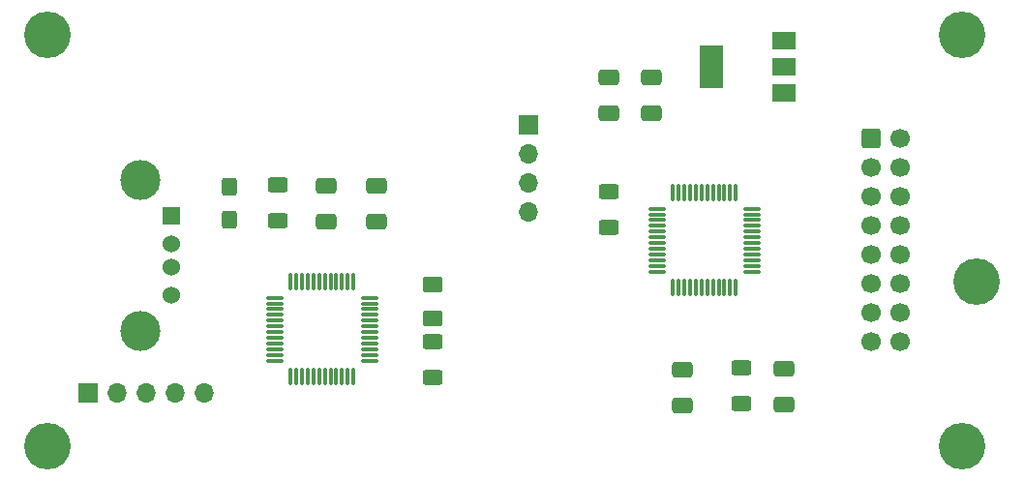
<source format=gts>
G04 #@! TF.GenerationSoftware,KiCad,Pcbnew,7.0.10-7.0.10~ubuntu20.04.1*
G04 #@! TF.CreationDate,2024-01-07T18:49:02+01:00*
G04 #@! TF.ProjectId,msx-omega-usbkeybctrl,6d73782d-6f6d-4656-9761-2d7573626b65,A*
G04 #@! TF.SameCoordinates,Original*
G04 #@! TF.FileFunction,Soldermask,Top*
G04 #@! TF.FilePolarity,Negative*
%FSLAX46Y46*%
G04 Gerber Fmt 4.6, Leading zero omitted, Abs format (unit mm)*
G04 Created by KiCad (PCBNEW 7.0.10-7.0.10~ubuntu20.04.1) date 2024-01-07 18:49:02*
%MOMM*%
%LPD*%
G01*
G04 APERTURE LIST*
G04 Aperture macros list*
%AMRoundRect*
0 Rectangle with rounded corners*
0 $1 Rounding radius*
0 $2 $3 $4 $5 $6 $7 $8 $9 X,Y pos of 4 corners*
0 Add a 4 corners polygon primitive as box body*
4,1,4,$2,$3,$4,$5,$6,$7,$8,$9,$2,$3,0*
0 Add four circle primitives for the rounded corners*
1,1,$1+$1,$2,$3*
1,1,$1+$1,$4,$5*
1,1,$1+$1,$6,$7*
1,1,$1+$1,$8,$9*
0 Add four rect primitives between the rounded corners*
20,1,$1+$1,$2,$3,$4,$5,0*
20,1,$1+$1,$4,$5,$6,$7,0*
20,1,$1+$1,$6,$7,$8,$9,0*
20,1,$1+$1,$8,$9,$2,$3,0*%
G04 Aperture macros list end*
%ADD10RoundRect,0.250000X-0.625000X0.400000X-0.625000X-0.400000X0.625000X-0.400000X0.625000X0.400000X0*%
%ADD11RoundRect,0.250000X0.650000X-0.412500X0.650000X0.412500X-0.650000X0.412500X-0.650000X-0.412500X0*%
%ADD12R,2.000000X1.500000*%
%ADD13R,2.000000X3.800000*%
%ADD14RoundRect,0.075000X-0.662500X-0.075000X0.662500X-0.075000X0.662500X0.075000X-0.662500X0.075000X0*%
%ADD15RoundRect,0.075000X-0.075000X-0.662500X0.075000X-0.662500X0.075000X0.662500X-0.075000X0.662500X0*%
%ADD16C,4.064000*%
%ADD17R,1.700000X1.700000*%
%ADD18O,1.700000X1.700000*%
%ADD19RoundRect,0.250000X-0.600000X-0.600000X0.600000X-0.600000X0.600000X0.600000X-0.600000X0.600000X0*%
%ADD20C,1.700000*%
%ADD21R,1.524000X1.524000*%
%ADD22C,1.524000*%
%ADD23C,3.500000*%
%ADD24RoundRect,0.250000X0.425000X-0.537500X0.425000X0.537500X-0.425000X0.537500X-0.425000X-0.537500X0*%
%ADD25RoundRect,0.250000X0.625000X-0.400000X0.625000X0.400000X-0.625000X0.400000X-0.625000X-0.400000X0*%
%ADD26RoundRect,0.250000X-0.650000X0.412500X-0.650000X-0.412500X0.650000X-0.412500X0.650000X0.412500X0*%
%ADD27RoundRect,0.075000X0.075000X-0.662500X0.075000X0.662500X-0.075000X0.662500X-0.075000X-0.662500X0*%
%ADD28RoundRect,0.075000X0.662500X-0.075000X0.662500X0.075000X-0.662500X0.075000X-0.662500X-0.075000X0*%
%ADD29RoundRect,0.250001X-0.624999X0.462499X-0.624999X-0.462499X0.624999X-0.462499X0.624999X0.462499X0*%
G04 APERTURE END LIST*
D10*
X86500000Y-87050000D03*
X86500000Y-90150000D03*
D11*
X77200000Y-76525000D03*
X77200000Y-73400000D03*
D12*
X117200000Y-65300000D03*
X117200000Y-63000000D03*
D13*
X110900000Y-63000000D03*
D12*
X117200000Y-60700000D03*
D14*
X72637500Y-83200000D03*
X72637500Y-83700000D03*
X72637500Y-84200000D03*
X72637500Y-84700000D03*
X72637500Y-85200000D03*
X72637500Y-85700000D03*
X72637500Y-86200000D03*
X72637500Y-86700000D03*
X72637500Y-87200000D03*
X72637500Y-87700000D03*
X72637500Y-88200000D03*
X72637500Y-88700000D03*
D15*
X74050000Y-90112500D03*
X74550000Y-90112500D03*
X75050000Y-90112500D03*
X75550000Y-90112500D03*
X76050000Y-90112500D03*
X76550000Y-90112500D03*
X77050000Y-90112500D03*
X77550000Y-90112500D03*
X78050000Y-90112500D03*
X78550000Y-90112500D03*
X79050000Y-90112500D03*
X79550000Y-90112500D03*
D14*
X80962500Y-88700000D03*
X80962500Y-88200000D03*
X80962500Y-87700000D03*
X80962500Y-87200000D03*
X80962500Y-86700000D03*
X80962500Y-86200000D03*
X80962500Y-85700000D03*
X80962500Y-85200000D03*
X80962500Y-84700000D03*
X80962500Y-84200000D03*
X80962500Y-83700000D03*
X80962500Y-83200000D03*
D15*
X79550000Y-81787500D03*
X79050000Y-81787500D03*
X78550000Y-81787500D03*
X78050000Y-81787500D03*
X77550000Y-81787500D03*
X77050000Y-81787500D03*
X76550000Y-81787500D03*
X76050000Y-81787500D03*
X75550000Y-81787500D03*
X75050000Y-81787500D03*
X74550000Y-81787500D03*
X74050000Y-81787500D03*
D16*
X132800000Y-60200000D03*
D17*
X94900000Y-68060000D03*
D18*
X94900000Y-70600000D03*
X94900000Y-73140000D03*
X94900000Y-75680000D03*
D19*
X124800000Y-69300000D03*
D20*
X127340000Y-69300000D03*
X124800000Y-71840000D03*
X127340000Y-71840000D03*
X124800000Y-74380000D03*
X127340000Y-74380000D03*
X124800000Y-76920000D03*
X127340000Y-76920000D03*
X124800000Y-79460000D03*
X127340000Y-79460000D03*
X124800000Y-82000000D03*
X127340000Y-82000000D03*
X124800000Y-84540000D03*
X127340000Y-84540000D03*
X124800000Y-87080000D03*
X127340000Y-87080000D03*
D21*
X63600000Y-76000000D03*
D22*
X63600000Y-78500000D03*
X63600000Y-80500000D03*
X63600000Y-83000000D03*
D23*
X60890000Y-72930000D03*
X60890000Y-86070000D03*
D24*
X68700000Y-76337500D03*
X68700000Y-73462500D03*
D16*
X52800000Y-96200000D03*
D11*
X117200000Y-92525000D03*
X117200000Y-89400000D03*
D25*
X101900000Y-77050000D03*
X101900000Y-73950000D03*
D10*
X72900000Y-73350000D03*
X72900000Y-76450000D03*
D16*
X52800000Y-60200000D03*
D17*
X56300000Y-91500000D03*
D18*
X58840000Y-91500000D03*
X61380000Y-91500000D03*
X63920000Y-91500000D03*
X66460000Y-91500000D03*
D26*
X101900000Y-63900000D03*
X101900000Y-67025000D03*
X108362500Y-89475000D03*
X108362500Y-92600000D03*
D10*
X113500000Y-89350000D03*
X113500000Y-92450000D03*
D11*
X81600000Y-76525000D03*
X81600000Y-73400000D03*
D16*
X132800000Y-96200000D03*
D26*
X105600000Y-63900000D03*
X105600000Y-67025000D03*
D16*
X134080000Y-81790000D03*
D27*
X107500000Y-82325000D03*
X108000000Y-82325000D03*
X108500000Y-82325000D03*
X109000000Y-82325000D03*
X109500000Y-82325000D03*
X110000000Y-82325000D03*
X110500000Y-82325000D03*
X111000000Y-82325000D03*
X111500000Y-82325000D03*
X112000000Y-82325000D03*
X112500000Y-82325000D03*
X113000000Y-82325000D03*
D28*
X114412500Y-80912500D03*
X114412500Y-80412500D03*
X114412500Y-79912500D03*
X114412500Y-79412500D03*
X114412500Y-78912500D03*
X114412500Y-78412500D03*
X114412500Y-77912500D03*
X114412500Y-77412500D03*
X114412500Y-76912500D03*
X114412500Y-76412500D03*
X114412500Y-75912500D03*
X114412500Y-75412500D03*
D27*
X113000000Y-74000000D03*
X112500000Y-74000000D03*
X112000000Y-74000000D03*
X111500000Y-74000000D03*
X111000000Y-74000000D03*
X110500000Y-74000000D03*
X110000000Y-74000000D03*
X109500000Y-74000000D03*
X109000000Y-74000000D03*
X108500000Y-74000000D03*
X108000000Y-74000000D03*
X107500000Y-74000000D03*
D28*
X106087500Y-75412500D03*
X106087500Y-75912500D03*
X106087500Y-76412500D03*
X106087500Y-76912500D03*
X106087500Y-77412500D03*
X106087500Y-77912500D03*
X106087500Y-78412500D03*
X106087500Y-78912500D03*
X106087500Y-79412500D03*
X106087500Y-79912500D03*
X106087500Y-80412500D03*
X106087500Y-80912500D03*
D29*
X86500000Y-82012500D03*
X86500000Y-84987500D03*
M02*

</source>
